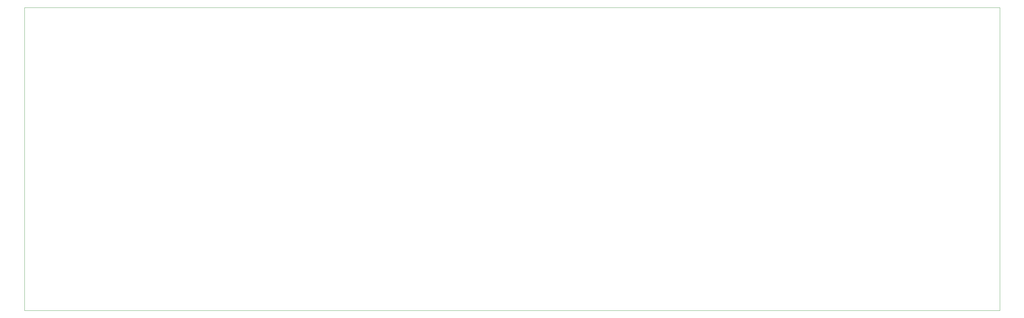
<source format=gbr>
%TF.GenerationSoftware,KiCad,Pcbnew,9.0.3*%
%TF.CreationDate,2025-07-14T16:51:55+02:00*%
%TF.ProjectId,9x9+9x18Module,3978392b-3978-4313-984d-6f64756c652e,rev?*%
%TF.SameCoordinates,Original*%
%TF.FileFunction,Profile,NP*%
%FSLAX46Y46*%
G04 Gerber Fmt 4.6, Leading zero omitted, Abs format (unit mm)*
G04 Created by KiCad (PCBNEW 9.0.3) date 2025-07-14 16:51:55*
%MOMM*%
%LPD*%
G01*
G04 APERTURE LIST*
%TA.AperFunction,Profile*%
%ADD10C,0.050000*%
%TD*%
G04 APERTURE END LIST*
D10*
X16540000Y-16700000D02*
X299965000Y-16700000D01*
X299965000Y-105000000D01*
X16540000Y-105000000D01*
X16540000Y-16700000D01*
M02*

</source>
